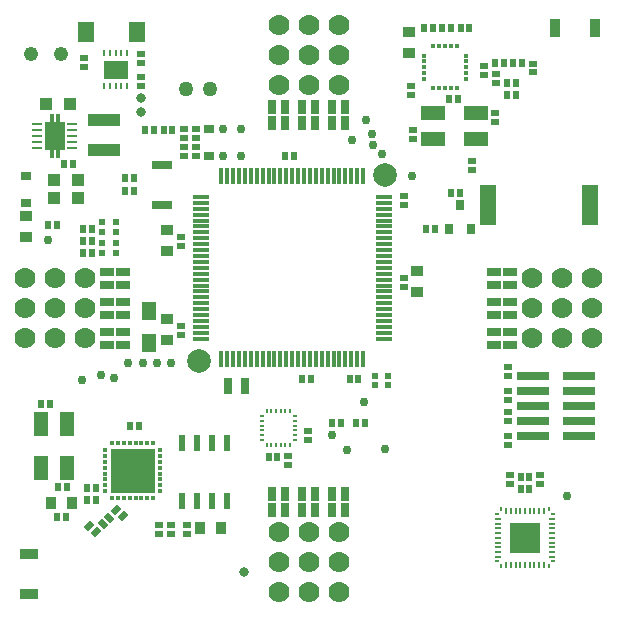
<source format=gts>
G04 ================== begin FILE IDENTIFICATION RECORD ==================*
G04 Layout Name:  C:/Users/thebh/Desktop/dtf/git/clay/Circuit/R6_1/allegro/CLAYR6.brd*
G04 Film Name:    SOLDERMASK_TOP*
G04 File Format:  Gerber RS274X*
G04 File Origin:  Cadence Allegro 16.6-P004*
G04 Origin Date:  Sat Feb 13 14:58:59 2016*
G04 *
G04 Layer:  VIA CLASS/SOLDERMASK_TOP*
G04 Layer:  PIN/SOLDERMASK_TOP*
G04 *
G04 Offset:    (0.00 0.00)*
G04 Mirror:    No*
G04 Mode:      Positive*
G04 Rotation:  0*
G04 FullContactRelief:  No*
G04 UndefLineWidth:     0.00*
G04 ================== end FILE IDENTIFICATION RECORD ====================*
%FSLAX25Y25*MOIN*%
%IR0*IPPOS*OFA0.00000B0.00000*MIA0B0*SFA1.00000B1.00000*%
%ADD55R,.11X.03*%
%AMMACRO22*
21,1,.02,.03,0.0,0.0,135.*%
%ADD22MACRO22*%
%ADD26R,.106X.04*%
%ADD51R,.052X.134*%
%ADD50R,.02X.009*%
%ADD54R,.009X.02*%
%ADD15C,.03*%
%ADD45R,.015X.008*%
%ADD40C,.05*%
%ADD34C,.032*%
%ADD49R,.015X.009*%
%ADD44R,.008X.015*%
%ADD53R,.009X.015*%
%ADD14C,.07*%
%AMMACRO19*
4,1,20,.03248,-.04724,
.03248,.04724,
.01535,.04724,
.01535,.0748,
.00433,.0748,
.00433,.04724,
-.00433,.04724,
-.00433,.0748,
-.01535,.0748,
-.01535,.04734,
-.03248,.04734,
-.03248,-.04734,
-.01535,-.04734,
-.01535,-.0748,
-.00433,-.0748,
-.00433,-.04724,
.00433,-.04724,
.00433,-.0748,
.01535,-.0748,
.01535,-.04724,
.03248,-.04724,
0.0*
%
%ADD19MACRO19*%
%ADD21C,.048*%
%ADD37C,.07874*%
%ADD27R,.03X.02*%
%AMMACRO23*
21,1,.02,.03,0.0,0.0,45.*%
%ADD23MACRO23*%
%ADD13R,.02X.03*%
%ADD28R,.01X.024*%
%ADD46R,.024X.02*%
%ADD20R,.033X.011*%
%ADD32R,.018X.012*%
%ADD47R,.031X.035*%
%ADD38R,.055X.012*%
%ADD31R,.012X.018*%
%ADD25R,.024X.024*%
%ADD17R,.04X.044*%
%ADD42R,.012X.055*%
%ADD41R,.03X.055*%
%ADD18R,.033X.025*%
%ADD10R,.063X.032*%
%ADD56R,.032X.063*%
%ADD36R,.022X.055*%
%ADD16R,.04X.038*%
%ADD39R,.066X.031*%
%ADD24R,.045X.025*%
%ADD11R,.038X.04*%
%ADD52R,.1X.1*%
%ADD43R,.025X.045*%
%ADD33R,.047X.06*%
%ADD29R,.057X.07*%
%ADD35R,.079X.063*%
%ADD48R,.079X.048*%
%ADD30R,.148X.148*%
%ADD12R,.048X.079*%
%LPD*%
G75*
G54D10*
X-93400Y-95393D03*
Y-82007D03*
G54D11*
X-86000Y-65000D03*
X-79000D03*
X-36100Y-73300D03*
X-29100D03*
G54D20*
X-90407Y53563D03*
Y61437D03*
Y59468D03*
Y57500D03*
Y55532D03*
X-78793Y53563D03*
Y61437D03*
Y59468D03*
Y57500D03*
Y55532D03*
G54D12*
X-89331Y-53134D03*
Y-38567D03*
X-80669Y-53134D03*
Y-38567D03*
G54D30*
X-58700Y-54100D03*
G54D21*
X-82600Y84900D03*
X-92600D03*
G54D31*
X-51800Y-63160D03*
X-53770D03*
X-55740D03*
X-57710D03*
X-59680D03*
X-61650D03*
X-63620D03*
X-65590D03*
X-51800Y-45040D03*
X-53770D03*
X-55740D03*
X-57710D03*
X-59680D03*
X-61650D03*
X-63620D03*
X-65590D03*
X47466Y73310D03*
X45497D03*
X43528D03*
X41560D03*
X47466Y87290D03*
X45497D03*
X43528D03*
X41560D03*
X49434Y73310D03*
Y87290D03*
G54D13*
X-86375Y-32000D03*
X-89325D03*
X-86775Y27600D03*
X-73975Y-64000D03*
X-71025D03*
Y-60000D03*
X-73975D03*
X-83625Y-59700D03*
X-80675D03*
X-83975Y-69500D03*
X-81025D03*
X-75075Y22400D03*
X-72125D03*
X-75075Y18300D03*
X-72125D03*
X-75075Y26500D03*
X-72125D03*
X-83825Y27600D03*
X-81575Y48000D03*
X-78625D03*
X-56725Y-39100D03*
X-59675D03*
X-61275Y39200D03*
X-58325D03*
Y43300D03*
X-61275D03*
X-54475Y59400D03*
X-51525D03*
X-45425D03*
X-48375D03*
X-10425Y-49600D03*
X-13375D03*
X-2075Y-23600D03*
X-4825Y50600D03*
X-7775D03*
X7925Y-38200D03*
X10875D03*
X13625Y-23600D03*
X875D03*
X18875Y-38200D03*
X15925D03*
X16575Y-23600D03*
X47425Y38400D03*
X42075Y26500D03*
X39125D03*
X46825Y69900D03*
X47475Y93300D03*
X44525D03*
X38525D03*
X41475D03*
X50375Y38400D03*
X49775Y69900D03*
X62025Y81600D03*
X50625Y93300D03*
X53575D03*
X70625Y-60200D03*
X73575D03*
X70625Y-56200D03*
X73575D03*
X68975Y71200D03*
X66025D03*
X64975Y81600D03*
X68975Y75200D03*
X66025D03*
X70975Y81600D03*
X68025D03*
G54D40*
X-32963Y73164D03*
X-40837D03*
G54D22*
X-71057Y-74543D03*
X-73143Y-72457D03*
X-64143Y-67257D03*
X-62057Y-69343D03*
G54D41*
X-21100Y-26000D03*
X-26900D03*
G54D32*
X-67760Y-60990D03*
Y-47200D03*
Y-49170D03*
Y-51140D03*
Y-53110D03*
Y-55080D03*
Y-57050D03*
Y-59020D03*
X-49640Y-60990D03*
Y-47200D03*
Y-49170D03*
Y-51140D03*
Y-53110D03*
Y-55080D03*
Y-57050D03*
Y-59020D03*
X38510Y76366D03*
Y78334D03*
Y80303D03*
Y82272D03*
Y84240D03*
X52490Y76366D03*
Y78334D03*
Y80303D03*
Y82272D03*
Y84240D03*
G54D23*
X-68643Y-71943D03*
X-66557Y-69857D03*
G54D14*
X-94500Y-10000D03*
X-84500D03*
X-94500Y0D03*
X-84500D03*
X-94500Y10000D03*
X-84500D03*
X-74500Y-10000D03*
Y0D03*
Y10000D03*
X0Y-94500D03*
X-10000D03*
X0Y-84500D03*
X-10000D03*
X0Y-74500D03*
X-10000D03*
Y74500D03*
X0D03*
X-10000Y84500D03*
X0D03*
X-10000Y94500D03*
X0D03*
X10000Y-94500D03*
Y-84500D03*
Y-74500D03*
Y74500D03*
Y84500D03*
Y94500D03*
X74500Y-10000D03*
Y0D03*
Y10000D03*
X94500Y-10000D03*
X84500D03*
X94500Y0D03*
X84500D03*
X94500Y10000D03*
X84500D03*
G54D50*
X63140Y-82780D03*
Y-81210D03*
Y-79640D03*
Y-78070D03*
Y-76500D03*
Y-74930D03*
Y-73360D03*
Y-71790D03*
Y-70220D03*
X81060Y-82780D03*
Y-81210D03*
Y-79640D03*
Y-78070D03*
Y-76500D03*
Y-74930D03*
Y-73360D03*
Y-71790D03*
Y-70220D03*
G54D33*
X-53200Y-11450D03*
Y-750D03*
G54D24*
X-67250Y-12250D03*
Y2250D03*
Y-2250D03*
Y-7750D03*
Y12250D03*
Y7750D03*
X-61750Y-12250D03*
Y2250D03*
Y-2250D03*
Y-7750D03*
Y12250D03*
Y7750D03*
X61750Y-12250D03*
Y-7750D03*
Y-2250D03*
Y2250D03*
Y7750D03*
Y12250D03*
X67250Y-12250D03*
Y-7750D03*
Y-2250D03*
Y2250D03*
Y7750D03*
Y12250D03*
G54D42*
X-19280Y-17012D03*
X-21248D03*
X-23216D03*
X-25185D03*
X-27154D03*
X-29122D03*
X-19280Y44012D03*
X-21248D03*
X-23216D03*
X-25185D03*
X-27154D03*
X-29122D03*
X-3532Y-17012D03*
X-5500D03*
X-7468D03*
X-9437D03*
X-11406D03*
X-13374D03*
X-15342D03*
X-17311D03*
X-3532Y44012D03*
X-5500D03*
X-7468D03*
X-9437D03*
X-11406D03*
X-13374D03*
X-15342D03*
X-17311D03*
X14185Y-17012D03*
X12216D03*
X10248D03*
X8280D03*
X6311D03*
X4342D03*
X2374D03*
X406D03*
X-1563D03*
X14185Y44012D03*
X12216D03*
X10248D03*
X8280D03*
X6311D03*
X4342D03*
X2374D03*
X406D03*
X-1563D03*
X18122Y-17012D03*
X16154D03*
X18122Y44012D03*
X16154D03*
G54D15*
X-86800Y22600D03*
X-75700Y-24000D03*
X-69300Y-22100D03*
X-60100Y-18300D03*
X-55350D03*
X-64800Y-23400D03*
X-50600Y-18300D03*
X-45850D03*
X-22500Y50700D03*
X-28600D03*
X-22500Y59700D03*
X-28600D03*
X12900Y-47100D03*
X7800Y-42300D03*
X14300Y56200D03*
X25300Y-46800D03*
X18300Y-31400D03*
X21400Y54500D03*
X24400Y51500D03*
X19000Y62600D03*
X21100Y58200D03*
X34300Y44000D03*
X86000Y-62500D03*
G54D51*
X59674Y34500D03*
X93926D03*
G54D43*
X-2250Y-67250D03*
Y-61750D03*
X-12250Y-67250D03*
Y-61750D03*
X-7750Y-67250D03*
Y-61750D03*
X-2250Y67250D03*
Y61750D03*
X-7750Y67250D03*
Y61750D03*
X-12250Y67250D03*
Y61750D03*
X7750Y-67250D03*
Y-61750D03*
X12250Y-67250D03*
Y-61750D03*
X2250Y-67250D03*
Y-61750D03*
X12250Y67250D03*
Y61750D03*
X7750Y67250D03*
Y61750D03*
X2250Y67250D03*
Y61750D03*
G54D52*
X72100Y-76500D03*
G54D16*
X-94300Y30900D03*
Y23900D03*
X-47200Y-10500D03*
Y-3500D03*
Y19100D03*
Y26100D03*
X36200Y5300D03*
Y12300D03*
X33500Y85200D03*
Y92200D03*
G54D25*
X-68800Y18300D03*
Y21800D03*
Y25300D03*
Y28800D03*
X-64400Y18300D03*
Y21800D03*
Y25300D03*
Y28800D03*
G54D34*
X-55900Y65500D03*
Y70000D03*
X-21500Y-88000D03*
G54D35*
X-64400Y79500D03*
G54D17*
X-84737Y36800D03*
Y42900D03*
X-87537Y68100D03*
X-76863Y36800D03*
Y42900D03*
X-79663Y68100D03*
G54D53*
X79950Y-85985D03*
X64250D03*
X79950Y-67015D03*
X64250D03*
G54D44*
X-6163Y-45419D03*
X-7738D03*
X-9313D03*
X-10887D03*
X-12462D03*
X-14037D03*
X-6163Y-34381D03*
X-7738D03*
X-9313D03*
X-10887D03*
X-12462D03*
X-14037D03*
G54D26*
X-68100Y52780D03*
Y62820D03*
G54D36*
X-37100Y-64200D03*
X-42100D03*
X-37100Y-44800D03*
X-42100D03*
X-27100Y-64200D03*
X-32100D03*
X-27100Y-44800D03*
X-32100D03*
G54D18*
X-94400Y35200D03*
Y44000D03*
X-33300Y50900D03*
Y59700D03*
G54D27*
X-75000Y83475D03*
Y80525D03*
X-55900Y77175D03*
Y74225D03*
Y81825D03*
Y84775D03*
X-49800Y-72125D03*
Y-75075D03*
X-45800Y-72125D03*
Y-75075D03*
X-40600D03*
Y-72125D03*
X-42600Y-8775D03*
Y-5825D03*
Y20725D03*
Y23675D03*
X-37600Y53775D03*
Y50825D03*
X-41700Y53775D03*
Y50825D03*
Y59875D03*
Y56925D03*
X-37600Y59875D03*
Y56925D03*
X-6900Y-52075D03*
Y-49125D03*
X-300Y-43875D03*
Y-40925D03*
X31600Y7125D03*
Y10075D03*
Y34525D03*
Y37475D03*
X34000Y71025D03*
X34600Y59375D03*
Y56425D03*
X34000Y73975D03*
X54500Y49075D03*
Y46125D03*
X62000Y62125D03*
Y65075D03*
X62500Y75025D03*
Y77975D03*
X58400Y80875D03*
Y77925D03*
X66500Y-45475D03*
X77200Y-58475D03*
Y-55525D03*
X67000Y-58675D03*
Y-55725D03*
X66500Y-42525D03*
Y-37475D03*
Y-34525D03*
Y-27525D03*
Y-30475D03*
Y-22475D03*
Y-19525D03*
X74600Y78625D03*
Y81575D03*
G54D45*
X-4541Y-43837D03*
Y-42262D03*
Y-40687D03*
Y-39113D03*
Y-37538D03*
Y-35963D03*
X-15619Y-43837D03*
Y-42262D03*
Y-40687D03*
Y-39113D03*
Y-37538D03*
Y-35963D03*
G54D54*
X78380Y-85460D03*
X76810D03*
X75240D03*
X73670D03*
X72100D03*
X70530D03*
X68960D03*
X67390D03*
X65820D03*
X78380Y-67540D03*
X76810D03*
X75240D03*
X73670D03*
X72100D03*
X70530D03*
X68960D03*
X67390D03*
X65820D03*
G54D46*
X22235Y-22525D03*
X26565D03*
X22235Y-25675D03*
X26565D03*
G54D28*
X-68335Y85012D03*
Y73988D03*
X-66367Y85012D03*
X-64399D03*
X-62431D03*
X-60463D03*
X-66367Y73988D03*
X-64399D03*
X-62431D03*
X-60463D03*
G54D37*
X-36500Y-17500D03*
X25500Y44500D03*
G54D19*
X-84600Y57500D03*
G54D55*
X74823Y-27500D03*
Y-32500D03*
Y-37500D03*
Y-42500D03*
Y-22500D03*
X90177Y-27500D03*
Y-32500D03*
Y-37500D03*
Y-42500D03*
Y-22500D03*
G54D29*
X-74400Y92100D03*
X-57400D03*
G54D56*
X95393Y93400D03*
X82007D03*
G54D38*
X-36012Y-10122D03*
Y-8154D03*
Y-6185D03*
Y-4216D03*
Y-2248D03*
Y-280D03*
Y1689D03*
Y3658D03*
Y5626D03*
Y7594D03*
Y9563D03*
Y11532D03*
Y13500D03*
Y15468D03*
Y17437D03*
Y19406D03*
Y21374D03*
Y23342D03*
Y25311D03*
Y27280D03*
Y29248D03*
Y31216D03*
Y33185D03*
Y35154D03*
Y37122D03*
X25012Y-10122D03*
Y-8154D03*
Y-6185D03*
Y-4216D03*
Y-2248D03*
Y-280D03*
Y1689D03*
Y3658D03*
Y5626D03*
Y7594D03*
Y9563D03*
Y11532D03*
Y13500D03*
Y15468D03*
Y17437D03*
Y19406D03*
Y21374D03*
Y23342D03*
Y25311D03*
Y27280D03*
Y29248D03*
Y31216D03*
Y33185D03*
Y35154D03*
Y37122D03*
G54D47*
X46700Y26550D03*
X50400Y34450D03*
X54100Y26550D03*
G54D48*
X41266Y56419D03*
Y65081D03*
X55833Y56419D03*
Y65081D03*
G54D39*
X-48900Y34407D03*
Y47793D03*
G54D49*
X62615Y-84350D03*
Y-68650D03*
X81585Y-84350D03*
Y-68650D03*
M02*

</source>
